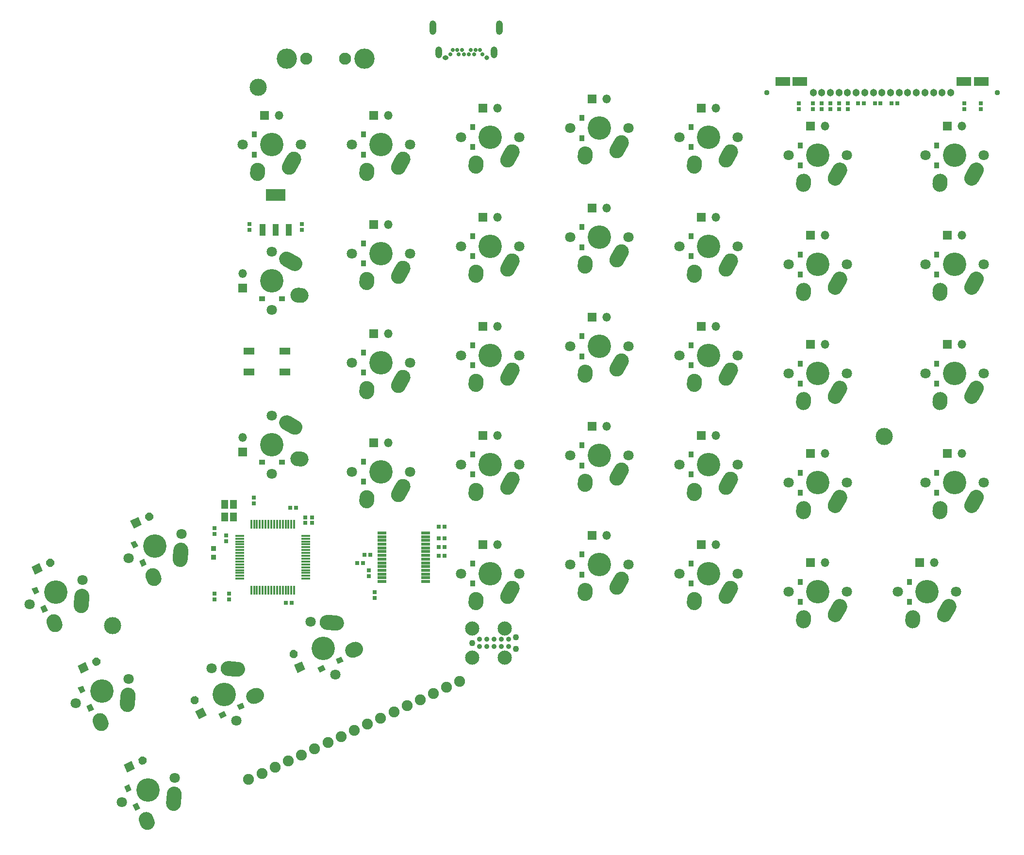
<source format=gbs>
G04 #@! TF.GenerationSoftware,KiCad,Pcbnew,5.1.6-c6e7f7d~87~ubuntu20.04.1*
G04 #@! TF.CreationDate,2020-08-07T18:55:31+02:00*
G04 #@! TF.ProjectId,ICEDRight,49434544-5269-4676-9874-2e6b69636164,Rev 1.2b*
G04 #@! TF.SameCoordinates,Original*
G04 #@! TF.FileFunction,Soldermask,Bot*
G04 #@! TF.FilePolarity,Negative*
%FSLAX46Y46*%
G04 Gerber Fmt 4.6, Leading zero omitted, Abs format (unit mm)*
G04 Created by KiCad (PCBNEW 5.1.6-c6e7f7d~87~ubuntu20.04.1) date 2020-08-07 18:55:31*
%MOMM*%
%LPD*%
G01*
G04 APERTURE LIST*
%ADD10C,2.101600*%
%ADD11C,3.539600*%
%ADD12C,0.801600*%
%ADD13C,0.701600*%
%ADD14O,1.201600X2.051600*%
%ADD15O,1.201600X2.501600*%
%ADD16O,1.051600X0.801600*%
%ADD17R,0.401600X1.601600*%
%ADD18R,1.601600X0.401600*%
%ADD19R,1.301600X1.501600*%
%ADD20C,1.901600*%
%ADD21C,0.889000*%
%ADD22C,1.092210*%
%ADD23C,2.476510*%
%ADD24R,0.751600X0.701600*%
%ADD25R,0.701600X0.751600*%
%ADD26R,1.531600X0.501600*%
%ADD27R,0.899160X0.899160*%
%ADD28R,1.901600X1.201600*%
%ADD29R,1.051600X2.001600*%
%ADD30R,3.351600X2.001600*%
%ADD31R,2.501600X1.601600*%
%ADD32C,1.301600*%
%ADD33C,0.951610*%
%ADD34C,3.000000*%
%ADD35O,1.501600X1.501600*%
%ADD36R,1.501600X1.501600*%
%ADD37C,0.100000*%
%ADD38R,1.102360X0.952500*%
%ADD39R,0.952500X1.102360*%
%ADD40C,4.089410*%
%ADD41C,1.803410*%
G04 APERTURE END LIST*
D10*
G04 #@! TO.C,J1*
X78350000Y-50148000D03*
X85150000Y-50148000D03*
D11*
X74950000Y-50148000D03*
X88550000Y-50148000D03*
G04 #@! TD*
D12*
G04 #@! TO.C,P2*
X109899000Y-49936400D03*
D13*
X103499000Y-49386400D03*
X103899000Y-48586400D03*
X104699000Y-48586400D03*
X104949000Y-49386400D03*
X105499000Y-48586400D03*
X105899000Y-49386400D03*
X106699000Y-49386400D03*
X107099000Y-48586400D03*
X107649000Y-49386400D03*
X107899000Y-48586400D03*
X108699000Y-48586400D03*
X109099000Y-49386400D03*
D14*
X111099000Y-49011400D03*
X101499000Y-49061400D03*
D15*
X112099000Y-44686400D03*
X100499000Y-44686400D03*
D16*
X102699000Y-49936400D03*
G04 #@! TD*
D17*
G04 #@! TO.C,U1*
X76267000Y-142910000D03*
X75767000Y-142910000D03*
X75267000Y-142910000D03*
X74767000Y-142910000D03*
X74267000Y-142910000D03*
X73767000Y-142910000D03*
X73267000Y-142910000D03*
X72767000Y-142910000D03*
X72267000Y-142910000D03*
X71767000Y-142910000D03*
X71267000Y-142910000D03*
X70767000Y-142910000D03*
X70267000Y-142910000D03*
X69767000Y-142910000D03*
X69267000Y-142910000D03*
X68767000Y-142910000D03*
D18*
X66767000Y-140910000D03*
X66767000Y-140410000D03*
X66767000Y-139910000D03*
X66767000Y-139410000D03*
X66767000Y-138910000D03*
X66767000Y-138410000D03*
X66767000Y-137910000D03*
X66767000Y-137410000D03*
X66767000Y-136910000D03*
X66767000Y-136410000D03*
X66767000Y-135910000D03*
X66767000Y-135410000D03*
X66767000Y-134910000D03*
X66767000Y-134410000D03*
X66767000Y-133910000D03*
X66767000Y-133410000D03*
D17*
X68767000Y-131410000D03*
X69267000Y-131410000D03*
X69767000Y-131410000D03*
X70267000Y-131410000D03*
X70767000Y-131410000D03*
X71267000Y-131410000D03*
X71767000Y-131410000D03*
X72267000Y-131410000D03*
X72767000Y-131410000D03*
X73267000Y-131410000D03*
X73767000Y-131410000D03*
X74267000Y-131410000D03*
X74767000Y-131410000D03*
X75267000Y-131410000D03*
X75767000Y-131410000D03*
X76267000Y-131410000D03*
D18*
X78267000Y-133410000D03*
X78267000Y-133910000D03*
X78267000Y-134410000D03*
X78267000Y-134910000D03*
X78267000Y-135410000D03*
X78267000Y-135910000D03*
X78267000Y-136410000D03*
X78267000Y-136910000D03*
X78267000Y-137410000D03*
X78267000Y-137910000D03*
X78267000Y-138410000D03*
X78267000Y-138910000D03*
X78267000Y-139410000D03*
X78267000Y-139910000D03*
X78267000Y-140410000D03*
X78267000Y-140910000D03*
G04 #@! TD*
D19*
G04 #@! TO.C,X1*
X65697000Y-127932000D03*
X64097000Y-127932000D03*
X64097000Y-130132000D03*
X65697000Y-130132000D03*
G04 #@! TD*
D20*
G04 #@! TO.C,P3*
X68324826Y-175973603D03*
X70626848Y-174900153D03*
X72928869Y-173826702D03*
X75230891Y-172753252D03*
X77532913Y-171679802D03*
X79834935Y-170606351D03*
X82136956Y-169532901D03*
X84438978Y-168459450D03*
X86741000Y-167386000D03*
X89043022Y-166312550D03*
X91345044Y-165239099D03*
X93647065Y-164165649D03*
X95949087Y-163092198D03*
X98251109Y-162018748D03*
X100553131Y-160945298D03*
X102855152Y-159871847D03*
X105157174Y-158798397D03*
G04 #@! TD*
D21*
G04 #@! TO.C,P1*
X111125000Y-152781000D03*
X111125000Y-151511000D03*
X112395000Y-152781000D03*
X112395000Y-151511000D03*
X113665000Y-151511000D03*
X113665000Y-152781000D03*
X109855000Y-152781000D03*
X109855000Y-151511000D03*
X108585000Y-152781000D03*
X108585000Y-151511000D03*
D22*
X107315000Y-152146000D03*
X114935000Y-153162000D03*
X114935000Y-151130000D03*
D23*
X107315000Y-154686000D03*
X113030000Y-154686000D03*
X107315000Y-149606000D03*
X113030000Y-149606000D03*
G04 #@! TD*
D24*
G04 #@! TO.C,R7*
X62357000Y-143518000D03*
X62357000Y-144518000D03*
G04 #@! TD*
G04 #@! TO.C,R13*
X164338000Y-57920000D03*
X164338000Y-58920000D03*
G04 #@! TD*
G04 #@! TO.C,R10*
X193167000Y-57920000D03*
X193167000Y-58920000D03*
G04 #@! TD*
G04 #@! TO.C,R9*
X196088000Y-57920000D03*
X196088000Y-58920000D03*
G04 #@! TD*
D25*
G04 #@! TO.C,C11*
X178554000Y-57912000D03*
X177554000Y-57912000D03*
G04 #@! TD*
D24*
G04 #@! TO.C,C17*
X166751000Y-58920000D03*
X166751000Y-57920000D03*
G04 #@! TD*
D25*
G04 #@! TO.C,C12*
X175633000Y-57912000D03*
X174633000Y-57912000D03*
G04 #@! TD*
D24*
G04 #@! TO.C,C16*
X168275000Y-58920000D03*
X168275000Y-57920000D03*
G04 #@! TD*
G04 #@! TO.C,C15*
X169799000Y-58920000D03*
X169799000Y-57920000D03*
G04 #@! TD*
G04 #@! TO.C,C14*
X171323000Y-58920000D03*
X171323000Y-57920000D03*
G04 #@! TD*
G04 #@! TO.C,C13*
X172847000Y-58920000D03*
X172847000Y-57920000D03*
G04 #@! TD*
G04 #@! TO.C,C7*
X64389000Y-134358000D03*
X64389000Y-133358000D03*
G04 #@! TD*
D25*
G04 #@! TO.C,R3*
X102481000Y-135382000D03*
X101481000Y-135382000D03*
G04 #@! TD*
D24*
G04 #@! TO.C,C5*
X69215000Y-127754000D03*
X69215000Y-126754000D03*
G04 #@! TD*
D25*
G04 #@! TO.C,C4*
X75811000Y-145161000D03*
X74811000Y-145161000D03*
G04 #@! TD*
D24*
G04 #@! TO.C,C1*
X77597000Y-80002000D03*
X77597000Y-79002000D03*
G04 #@! TD*
G04 #@! TO.C,R2*
X78232000Y-130183000D03*
X78232000Y-131183000D03*
G04 #@! TD*
D25*
G04 #@! TO.C,C3*
X76573000Y-128524000D03*
X75573000Y-128524000D03*
G04 #@! TD*
D24*
G04 #@! TO.C,C2*
X68453000Y-80002000D03*
X68453000Y-79002000D03*
G04 #@! TD*
G04 #@! TO.C,R1*
X79375000Y-130183000D03*
X79375000Y-131183000D03*
G04 #@! TD*
G04 #@! TO.C,R6*
X64897000Y-143518000D03*
X64897000Y-144518000D03*
G04 #@! TD*
D25*
G04 #@! TO.C,R5*
X87257000Y-138176000D03*
X88257000Y-138176000D03*
G04 #@! TD*
G04 #@! TO.C,R4*
X88527000Y-136779000D03*
X89527000Y-136779000D03*
G04 #@! TD*
G04 #@! TO.C,C6*
X102481000Y-131826000D03*
X101481000Y-131826000D03*
G04 #@! TD*
D24*
G04 #@! TO.C,C8*
X90297000Y-143264000D03*
X90297000Y-144264000D03*
G04 #@! TD*
G04 #@! TO.C,C9*
X89281000Y-140454000D03*
X89281000Y-139454000D03*
G04 #@! TD*
D25*
G04 #@! TO.C,R8*
X102481000Y-133858000D03*
X101481000Y-133858000D03*
G04 #@! TD*
D24*
G04 #@! TO.C,R11*
X62357000Y-133088000D03*
X62357000Y-132088000D03*
G04 #@! TD*
D25*
G04 #@! TO.C,R12*
X101481000Y-136906000D03*
X102481000Y-136906000D03*
G04 #@! TD*
D26*
G04 #@! TO.C,U2*
X99172000Y-132935000D03*
X99172000Y-133585000D03*
X99172000Y-134235000D03*
X99172000Y-134885000D03*
X99172000Y-135535000D03*
X99172000Y-136185000D03*
X99172000Y-136835000D03*
X99172000Y-137485000D03*
X99172000Y-138135000D03*
X99172000Y-138785000D03*
X99172000Y-139435000D03*
X99172000Y-140085000D03*
X99172000Y-140735000D03*
X99172000Y-141385000D03*
X91582000Y-141385000D03*
X91582000Y-140735000D03*
X91582000Y-140085000D03*
X91582000Y-139435000D03*
X91582000Y-138785000D03*
X91582000Y-138135000D03*
X91582000Y-137485000D03*
X91582000Y-136835000D03*
X91582000Y-136185000D03*
X91582000Y-135535000D03*
X91582000Y-134885000D03*
X91582000Y-134235000D03*
X91582000Y-133585000D03*
X91582000Y-132935000D03*
G04 #@! TD*
D27*
G04 #@! TO.C,D77*
X62212500Y-135669700D03*
X62212500Y-137168300D03*
G04 #@! TD*
D25*
G04 #@! TO.C,C10*
X180475000Y-57912000D03*
X181475000Y-57912000D03*
G04 #@! TD*
D28*
G04 #@! TO.C,S39*
X68401000Y-104847000D03*
X68401000Y-101147000D03*
X74601000Y-104847000D03*
X74601000Y-101147000D03*
G04 #@! TD*
D29*
G04 #@! TO.C,Q1*
X73025000Y-80012000D03*
X70725000Y-80012000D03*
X75325000Y-80012000D03*
D30*
X73025000Y-73912000D03*
G04 #@! TD*
D31*
G04 #@! TO.C,LCD1*
X161500000Y-54064000D03*
X164500000Y-54064000D03*
D32*
X166800000Y-56014000D03*
X168300000Y-56014000D03*
X169800000Y-56014000D03*
X171300000Y-56014000D03*
X172800000Y-56014000D03*
X174300000Y-56014000D03*
X175800000Y-56014000D03*
X177300000Y-56014000D03*
X178800000Y-56014000D03*
X180300000Y-56014000D03*
X181800000Y-56014000D03*
X183300000Y-56014000D03*
X184800000Y-56014000D03*
X186300000Y-56014000D03*
X187800000Y-56014000D03*
X189300000Y-56014000D03*
X190800000Y-56014000D03*
D31*
X193100000Y-54064000D03*
X196100000Y-54064000D03*
D33*
X198900000Y-56014000D03*
X158700000Y-56014000D03*
G04 #@! TD*
D34*
G04 #@! TO.C,FID1*
X69977000Y-55118000D03*
G04 #@! TD*
G04 #@! TO.C,FID3*
X179197000Y-116078000D03*
G04 #@! TD*
G04 #@! TO.C,FID5*
X44577000Y-149098000D03*
G04 #@! TD*
D35*
G04 #@! TO.C,D51*
X168910000Y-80972700D03*
D36*
X166370000Y-80972700D03*
G04 #@! TD*
G04 #@! TO.C,D69*
G36*
G01*
X49124255Y-172978577D02*
X49124255Y-172978577D01*
G75*
G02*
X49487409Y-171980819I680456J317302D01*
G01*
X49487409Y-171980819D01*
G75*
G02*
X50485167Y-172343973I317302J-680456D01*
G01*
X50485167Y-172343973D01*
G75*
G02*
X50122013Y-173341731I-680456J-317302D01*
G01*
X50122013Y-173341731D01*
G75*
G02*
X49124255Y-172978577I-317302J680456D01*
G01*
G37*
D37*
G36*
X47139535Y-174732483D02*
G01*
X46504931Y-173371571D01*
X47865843Y-172736967D01*
X48500447Y-174097879D01*
X47139535Y-174732483D01*
G37*
G04 #@! TD*
D35*
G04 #@! TO.C,D66*
X168910000Y-119073000D03*
D36*
X166370000Y-119073000D03*
G04 #@! TD*
D35*
G04 #@! TO.C,D50*
X149860000Y-77797700D03*
D36*
X147320000Y-77797700D03*
G04 #@! TD*
D35*
G04 #@! TO.C,D65*
X149860000Y-115898000D03*
D36*
X147320000Y-115898000D03*
G04 #@! TD*
D35*
G04 #@! TO.C,D49*
X130810000Y-76200000D03*
D36*
X128270000Y-76200000D03*
G04 #@! TD*
D35*
G04 #@! TO.C,D64*
X130810000Y-114300000D03*
D36*
X128270000Y-114300000D03*
G04 #@! TD*
D35*
G04 #@! TO.C,D48*
X111760000Y-77797700D03*
D36*
X109220000Y-77797700D03*
G04 #@! TD*
D35*
G04 #@! TO.C,D67*
X192722000Y-119073000D03*
D36*
X190182000Y-119073000D03*
G04 #@! TD*
D35*
G04 #@! TO.C,D52*
X192722000Y-80972700D03*
D36*
X190182000Y-80972700D03*
G04 #@! TD*
G04 #@! TO.C,D68*
G36*
G01*
X41072455Y-155711577D02*
X41072455Y-155711577D01*
G75*
G02*
X41435609Y-154713819I680456J317302D01*
G01*
X41435609Y-154713819D01*
G75*
G02*
X42433367Y-155076973I317302J-680456D01*
G01*
X42433367Y-155076973D01*
G75*
G02*
X42070213Y-156074731I-680456J-317302D01*
G01*
X42070213Y-156074731D01*
G75*
G02*
X41072455Y-155711577I-317302J680456D01*
G01*
G37*
D37*
G36*
X39087735Y-157465483D02*
G01*
X38453131Y-156104571D01*
X39814043Y-155469967D01*
X40448647Y-156830879D01*
X39087735Y-157465483D01*
G37*
G04 #@! TD*
D35*
G04 #@! TO.C,D53*
X92710000Y-98118000D03*
D36*
X90170000Y-98118000D03*
G04 #@! TD*
D35*
G04 #@! TO.C,D63*
X111760000Y-115898000D03*
D36*
X109220000Y-115898000D03*
G04 #@! TD*
D35*
G04 #@! TO.C,D54*
X111760000Y-96848000D03*
D36*
X109220000Y-96848000D03*
G04 #@! TD*
G04 #@! TO.C,D70*
G36*
G01*
X59216577Y-162795445D02*
X59216577Y-162795445D01*
G75*
G02*
X58218819Y-162432291I-317302J680456D01*
G01*
X58218819Y-162432291D01*
G75*
G02*
X58581973Y-161434533I680456J317302D01*
G01*
X58581973Y-161434533D01*
G75*
G02*
X59579731Y-161797687I317302J-680456D01*
G01*
X59579731Y-161797687D01*
G75*
G02*
X59216577Y-162795445I-680456J-317302D01*
G01*
G37*
D37*
G36*
X60970483Y-164780165D02*
G01*
X59609571Y-165414769D01*
X58974967Y-164053857D01*
X60335879Y-163419253D01*
X60970483Y-164780165D01*
G37*
G04 #@! TD*
D35*
G04 #@! TO.C,D43*
X149860000Y-58747700D03*
D36*
X147320000Y-58747700D03*
G04 #@! TD*
D35*
G04 #@! TO.C,D55*
X130810000Y-95250000D03*
D36*
X128270000Y-95250000D03*
G04 #@! TD*
G04 #@! TO.C,D71*
G36*
G01*
X76478377Y-154739445D02*
X76478377Y-154739445D01*
G75*
G02*
X75480619Y-154376291I-317302J680456D01*
G01*
X75480619Y-154376291D01*
G75*
G02*
X75843773Y-153378533I680456J317302D01*
G01*
X75843773Y-153378533D01*
G75*
G02*
X76841531Y-153741687I317302J-680456D01*
G01*
X76841531Y-153741687D01*
G75*
G02*
X76478377Y-154739445I-680456J-317302D01*
G01*
G37*
D37*
G36*
X78232283Y-156724165D02*
G01*
X76871371Y-157358769D01*
X76236767Y-155997857D01*
X77597679Y-155363253D01*
X78232283Y-156724165D01*
G37*
G04 #@! TD*
D35*
G04 #@! TO.C,D40*
X92710000Y-60020200D03*
D36*
X90170000Y-60020200D03*
G04 #@! TD*
D35*
G04 #@! TO.C,D56*
X149860000Y-96848000D03*
D36*
X147320000Y-96848000D03*
G04 #@! TD*
D35*
G04 #@! TO.C,D72*
X111760000Y-134948000D03*
D36*
X109220000Y-134948000D03*
G04 #@! TD*
D35*
G04 #@! TO.C,D41*
X111760000Y-58747700D03*
D36*
X109220000Y-58747700D03*
G04 #@! TD*
D35*
G04 #@! TO.C,D57*
X168910000Y-100023000D03*
D36*
X166370000Y-100023000D03*
G04 #@! TD*
D35*
G04 #@! TO.C,D73*
X130810000Y-133350000D03*
D36*
X128270000Y-133350000D03*
G04 #@! TD*
D35*
G04 #@! TO.C,D42*
X130810000Y-57150000D03*
D36*
X128270000Y-57150000D03*
G04 #@! TD*
D35*
G04 #@! TO.C,D58*
X192722000Y-100023000D03*
D36*
X190182000Y-100023000D03*
G04 #@! TD*
D35*
G04 #@! TO.C,D74*
X149860000Y-134948000D03*
D36*
X147320000Y-134948000D03*
G04 #@! TD*
D35*
G04 #@! TO.C,D39*
X73660000Y-60020200D03*
D36*
X71120000Y-60020200D03*
G04 #@! TD*
G04 #@! TO.C,D59*
G36*
G01*
X33023155Y-138447577D02*
X33023155Y-138447577D01*
G75*
G02*
X33386309Y-137449819I680456J317302D01*
G01*
X33386309Y-137449819D01*
G75*
G02*
X34384067Y-137812973I317302J-680456D01*
G01*
X34384067Y-137812973D01*
G75*
G02*
X34020913Y-138810731I-680456J-317302D01*
G01*
X34020913Y-138810731D01*
G75*
G02*
X33023155Y-138447577I-317302J680456D01*
G01*
G37*
D37*
G36*
X31038435Y-140201483D02*
G01*
X30403831Y-138840571D01*
X31764743Y-138205967D01*
X32399347Y-139566879D01*
X31038435Y-140201483D01*
G37*
G04 #@! TD*
D35*
G04 #@! TO.C,D75*
X168910000Y-138123000D03*
D36*
X166370000Y-138123000D03*
G04 #@! TD*
D35*
G04 #@! TO.C,D44*
X168910000Y-61925200D03*
D36*
X166370000Y-61925200D03*
G04 #@! TD*
G04 #@! TO.C,D60*
G36*
G01*
X50287555Y-130397577D02*
X50287555Y-130397577D01*
G75*
G02*
X50650709Y-129399819I680456J317302D01*
G01*
X50650709Y-129399819D01*
G75*
G02*
X51648467Y-129762973I317302J-680456D01*
G01*
X51648467Y-129762973D01*
G75*
G02*
X51285313Y-130760731I-680456J-317302D01*
G01*
X51285313Y-130760731D01*
G75*
G02*
X50287555Y-130397577I-317302J680456D01*
G01*
G37*
D37*
G36*
X48302835Y-132151483D02*
G01*
X47668231Y-130790571D01*
X49029143Y-130155967D01*
X49663747Y-131516879D01*
X48302835Y-132151483D01*
G37*
G04 #@! TD*
D35*
G04 #@! TO.C,D76*
X187960000Y-138123000D03*
D36*
X185420000Y-138123000D03*
G04 #@! TD*
D35*
G04 #@! TO.C,D45*
X192722000Y-61925200D03*
D36*
X190182000Y-61925200D03*
G04 #@! TD*
D35*
G04 #@! TO.C,D61*
X67310000Y-116215000D03*
D36*
X67310000Y-118755000D03*
G04 #@! TD*
D35*
G04 #@! TO.C,D46*
X67310000Y-87640200D03*
D36*
X67310000Y-90180200D03*
G04 #@! TD*
D35*
G04 #@! TO.C,D62*
X92710000Y-117168000D03*
D36*
X90170000Y-117168000D03*
G04 #@! TD*
D35*
G04 #@! TO.C,D47*
X92710000Y-79067700D03*
D36*
X90170000Y-79067700D03*
G04 #@! TD*
D37*
G04 #@! TO.C,D33*
G36*
X80731938Y-157290249D02*
G01*
X80329394Y-156426991D01*
X81328472Y-155961113D01*
X81731016Y-156824371D01*
X80731938Y-157290249D01*
G37*
G36*
X83904124Y-155811034D02*
G01*
X83501580Y-154947776D01*
X84500658Y-154481898D01*
X84903202Y-155345156D01*
X83904124Y-155811034D01*
G37*
G04 #@! TD*
D38*
G04 #@! TO.C,D23*
X70637400Y-120596000D03*
X74137520Y-120596000D03*
G04 #@! TD*
D39*
G04 #@! TO.C,D24*
X88328500Y-120495400D03*
X88328500Y-123995520D03*
G04 #@! TD*
G04 #@! TO.C,D25*
X107378000Y-119225400D03*
X107378000Y-122725520D03*
G04 #@! TD*
G04 #@! TO.C,D26*
X126428000Y-117627400D03*
X126428000Y-121127520D03*
G04 #@! TD*
G04 #@! TO.C,D27*
X145478000Y-119225400D03*
X145478000Y-122725520D03*
G04 #@! TD*
G04 #@! TO.C,D28*
X164528000Y-122400400D03*
X164528000Y-125900520D03*
G04 #@! TD*
G04 #@! TO.C,D29*
X188340000Y-122400400D03*
X188340000Y-125900520D03*
G04 #@! TD*
D37*
G04 #@! TO.C,D30*
G36*
X38523551Y-159962338D02*
G01*
X39386809Y-159559794D01*
X39852687Y-160558872D01*
X38989429Y-160961416D01*
X38523551Y-159962338D01*
G37*
G36*
X40002766Y-163134524D02*
G01*
X40866024Y-162731980D01*
X41331902Y-163731058D01*
X40468644Y-164133602D01*
X40002766Y-163134524D01*
G37*
G04 #@! TD*
G04 #@! TO.C,D31*
G36*
X46575351Y-177229338D02*
G01*
X47438609Y-176826794D01*
X47904487Y-177825872D01*
X47041229Y-178228416D01*
X46575351Y-177229338D01*
G37*
G36*
X48054566Y-180401524D02*
G01*
X48917824Y-179998980D01*
X49383702Y-180998058D01*
X48520444Y-181400602D01*
X48054566Y-180401524D01*
G37*
G04 #@! TD*
G04 #@! TO.C,D32*
G36*
X63467538Y-165342249D02*
G01*
X63064994Y-164478991D01*
X64064072Y-164013113D01*
X64466616Y-164876371D01*
X63467538Y-165342249D01*
G37*
G36*
X66639724Y-163863034D02*
G01*
X66237180Y-162999776D01*
X67236258Y-162533898D01*
X67638802Y-163397156D01*
X66639724Y-163863034D01*
G37*
G04 #@! TD*
D39*
G04 #@! TO.C,D1*
X69278500Y-63347600D03*
X69278500Y-66847720D03*
G04 #@! TD*
G04 #@! TO.C,D34*
X107378000Y-138275400D03*
X107378000Y-141775520D03*
G04 #@! TD*
G04 #@! TO.C,D35*
X126428000Y-136677400D03*
X126428000Y-140177520D03*
G04 #@! TD*
G04 #@! TO.C,D36*
X145478000Y-138275400D03*
X145478000Y-141775520D03*
G04 #@! TD*
G04 #@! TO.C,D37*
X164528000Y-141450400D03*
X164528000Y-144950520D03*
G04 #@! TD*
G04 #@! TO.C,D38*
X183578000Y-141450400D03*
X183578000Y-144950520D03*
G04 #@! TD*
G04 #@! TO.C,D11*
X126428000Y-79527400D03*
X126428000Y-83027520D03*
G04 #@! TD*
G04 #@! TO.C,D5*
X145478000Y-62075100D03*
X145478000Y-65575220D03*
G04 #@! TD*
G04 #@! TO.C,D4*
X126428000Y-60477400D03*
X126428000Y-63977520D03*
G04 #@! TD*
G04 #@! TO.C,D3*
X107378000Y-62075100D03*
X107378000Y-65575220D03*
G04 #@! TD*
G04 #@! TO.C,D2*
X88328500Y-63347600D03*
X88328500Y-66847720D03*
G04 #@! TD*
D37*
G04 #@! TO.C,D22*
G36*
X47738651Y-134646338D02*
G01*
X48601909Y-134243794D01*
X49067787Y-135242872D01*
X48204529Y-135645416D01*
X47738651Y-134646338D01*
G37*
G36*
X49217866Y-137818524D02*
G01*
X50081124Y-137415980D01*
X50547002Y-138415058D01*
X49683744Y-138817602D01*
X49217866Y-137818524D01*
G37*
G04 #@! TD*
D39*
G04 #@! TO.C,D6*
X164528000Y-65252600D03*
X164528000Y-68752720D03*
G04 #@! TD*
G04 #@! TO.C,D7*
X188340000Y-65252600D03*
X188340000Y-68752720D03*
G04 #@! TD*
D38*
G04 #@! TO.C,D8*
X70637400Y-92021700D03*
X74137520Y-92021700D03*
G04 #@! TD*
D39*
G04 #@! TO.C,D9*
X88328500Y-82395100D03*
X88328500Y-85895220D03*
G04 #@! TD*
G04 #@! TO.C,D10*
X107378000Y-81125100D03*
X107378000Y-84625220D03*
G04 #@! TD*
G04 #@! TO.C,D12*
X145478000Y-81125100D03*
X145478000Y-84625220D03*
G04 #@! TD*
G04 #@! TO.C,D13*
X164528000Y-84300100D03*
X164528000Y-87800220D03*
G04 #@! TD*
G04 #@! TO.C,D14*
X188340000Y-84300100D03*
X188340000Y-87800220D03*
G04 #@! TD*
G04 #@! TO.C,D15*
X88328500Y-101445400D03*
X88328500Y-104945520D03*
G04 #@! TD*
G04 #@! TO.C,D16*
X107378000Y-100175400D03*
X107378000Y-103675520D03*
G04 #@! TD*
G04 #@! TO.C,D17*
X126428000Y-98577400D03*
X126428000Y-102077520D03*
G04 #@! TD*
G04 #@! TO.C,D18*
X145478000Y-100175400D03*
X145478000Y-103675520D03*
G04 #@! TD*
G04 #@! TO.C,D19*
X164528000Y-103350400D03*
X164528000Y-106850520D03*
G04 #@! TD*
G04 #@! TO.C,D20*
X188340000Y-103350400D03*
X188340000Y-106850520D03*
G04 #@! TD*
D37*
G04 #@! TO.C,D21*
G36*
X30474251Y-142698338D02*
G01*
X31337509Y-142295794D01*
X31803387Y-143294872D01*
X30940129Y-143697416D01*
X30474251Y-142698338D01*
G37*
G36*
X31953466Y-145870524D02*
G01*
X32816724Y-145467980D01*
X33282602Y-146467058D01*
X32419344Y-146869602D01*
X31953466Y-145870524D01*
G37*
G04 #@! TD*
D40*
G04 #@! TO.C,S33*
X81302900Y-153065000D03*
D41*
X79155999Y-148460956D03*
X83449801Y-157669044D03*
G36*
G01*
X82086468Y-147240535D02*
X83752298Y-147358482D01*
G75*
G02*
X84957978Y-148747906I-91872J-1297552D01*
G01*
X84957978Y-148747906D01*
G75*
G02*
X83568554Y-149953586I-1297552J91872D01*
G01*
X81902724Y-149835638D01*
G75*
G02*
X80697044Y-148446214I91872J1297552D01*
G01*
X80697044Y-148446214D01*
G75*
G02*
X82086468Y-147240534I1297552J-91872D01*
G01*
G37*
G36*
G01*
X85970272Y-152215367D02*
X86511385Y-152006569D01*
G75*
G02*
X88193255Y-152751871I468284J-1213586D01*
G01*
X88193255Y-152751871D01*
G75*
G02*
X87447953Y-154433741I-1213586J-468284D01*
G01*
X86906839Y-154642539D01*
G75*
G02*
X85224969Y-153897237I-468284J1213586D01*
G01*
X85224969Y-153897237D01*
G75*
G02*
X85970271Y-152215367I1213586J468284D01*
G01*
G37*
G04 #@! TD*
D40*
G04 #@! TO.C,S22*
X51963300Y-135219000D03*
D41*
X56567344Y-133072099D03*
X47359256Y-137365901D03*
G36*
G01*
X57787765Y-136002568D02*
X57669818Y-137668398D01*
G75*
G02*
X56280394Y-138874078I-1297552J91872D01*
G01*
X56280394Y-138874078D01*
G75*
G02*
X55074714Y-137484654I91872J1297552D01*
G01*
X55192662Y-135818824D01*
G75*
G02*
X56582086Y-134613144I1297552J-91872D01*
G01*
X56582086Y-134613144D01*
G75*
G02*
X57787766Y-136002568I-91872J-1297552D01*
G01*
G37*
G36*
G01*
X52812933Y-139886372D02*
X53021731Y-140427485D01*
G75*
G02*
X52276429Y-142109355I-1213586J-468284D01*
G01*
X52276429Y-142109355D01*
G75*
G02*
X50594559Y-141364053I-468284J1213586D01*
G01*
X50385761Y-140822939D01*
G75*
G02*
X51131063Y-139141069I1213586J468284D01*
G01*
X51131063Y-139141069D01*
G75*
G02*
X52812933Y-139886371I468284J-1213586D01*
G01*
G37*
G04 #@! TD*
D40*
G04 #@! TO.C,S2*
X91440000Y-65100200D03*
D41*
X96520000Y-65100200D03*
X86360000Y-65100200D03*
G36*
G01*
X96387608Y-68271879D02*
X95576702Y-69731787D01*
G75*
G02*
X93807914Y-70237309I-1137155J631633D01*
G01*
X93807914Y-70237309D01*
G75*
G02*
X93302392Y-68468521I631633J1137155D01*
G01*
X94113298Y-67008613D01*
G75*
G02*
X95882086Y-66503091I1137155J-631633D01*
G01*
X95882086Y-66503091D01*
G75*
G02*
X96387608Y-68271879I-631633J-1137155D01*
G01*
G37*
G36*
G01*
X90237512Y-69689346D02*
X90198064Y-70268002D01*
G75*
G02*
X88811802Y-71477316I-1297788J88474D01*
G01*
X88811802Y-71477316D01*
G75*
G02*
X87602488Y-70091054I88474J1297788D01*
G01*
X87641936Y-69512398D01*
G75*
G02*
X89028198Y-68303084I1297788J-88474D01*
G01*
X89028198Y-68303084D01*
G75*
G02*
X90237512Y-69689346I-88474J-1297788D01*
G01*
G37*
G04 #@! TD*
D40*
G04 #@! TO.C,S12*
X148590000Y-82877700D03*
D41*
X153670000Y-82877700D03*
X143510000Y-82877700D03*
G36*
G01*
X153537608Y-86049379D02*
X152726702Y-87509287D01*
G75*
G02*
X150957914Y-88014809I-1137155J631633D01*
G01*
X150957914Y-88014809D01*
G75*
G02*
X150452392Y-86246021I631633J1137155D01*
G01*
X151263298Y-84786113D01*
G75*
G02*
X153032086Y-84280591I1137155J-631633D01*
G01*
X153032086Y-84280591D01*
G75*
G02*
X153537608Y-86049379I-631633J-1137155D01*
G01*
G37*
G36*
G01*
X147387512Y-87466846D02*
X147348064Y-88045502D01*
G75*
G02*
X145961802Y-89254816I-1297788J88474D01*
G01*
X145961802Y-89254816D01*
G75*
G02*
X144752488Y-87868554I88474J1297788D01*
G01*
X144791936Y-87289898D01*
G75*
G02*
X146178198Y-86080584I1297788J-88474D01*
G01*
X146178198Y-86080584D01*
G75*
G02*
X147387512Y-87466846I-88474J-1297788D01*
G01*
G37*
G04 #@! TD*
D40*
G04 #@! TO.C,S32*
X64038500Y-161117000D03*
D41*
X61891599Y-156512956D03*
X66185401Y-165721044D03*
G36*
G01*
X64822068Y-155292535D02*
X66487898Y-155410482D01*
G75*
G02*
X67693578Y-156799906I-91872J-1297552D01*
G01*
X67693578Y-156799906D01*
G75*
G02*
X66304154Y-158005586I-1297552J91872D01*
G01*
X64638324Y-157887638D01*
G75*
G02*
X63432644Y-156498214I91872J1297552D01*
G01*
X63432644Y-156498214D01*
G75*
G02*
X64822068Y-155292534I1297552J-91872D01*
G01*
G37*
G36*
G01*
X68705872Y-160267367D02*
X69246985Y-160058569D01*
G75*
G02*
X70928855Y-160803871I468284J-1213586D01*
G01*
X70928855Y-160803871D01*
G75*
G02*
X70183553Y-162485741I-1213586J-468284D01*
G01*
X69642439Y-162694539D01*
G75*
G02*
X67960569Y-161949237I-468284J1213586D01*
G01*
X67960569Y-161949237D01*
G75*
G02*
X68705871Y-160267367I1213586J468284D01*
G01*
G37*
G04 #@! TD*
D40*
G04 #@! TO.C,S34*
X110490000Y-140028000D03*
D41*
X115570000Y-140028000D03*
X105410000Y-140028000D03*
G36*
G01*
X115437608Y-143199679D02*
X114626702Y-144659587D01*
G75*
G02*
X112857914Y-145165109I-1137155J631633D01*
G01*
X112857914Y-145165109D01*
G75*
G02*
X112352392Y-143396321I631633J1137155D01*
G01*
X113163298Y-141936413D01*
G75*
G02*
X114932086Y-141430891I1137155J-631633D01*
G01*
X114932086Y-141430891D01*
G75*
G02*
X115437608Y-143199679I-631633J-1137155D01*
G01*
G37*
G36*
G01*
X109287512Y-144617146D02*
X109248064Y-145195802D01*
G75*
G02*
X107861802Y-146405116I-1297788J88474D01*
G01*
X107861802Y-146405116D01*
G75*
G02*
X106652488Y-145018854I88474J1297788D01*
G01*
X106691936Y-144440198D01*
G75*
G02*
X108078198Y-143230884I1297788J-88474D01*
G01*
X108078198Y-143230884D01*
G75*
G02*
X109287512Y-144617146I-88474J-1297788D01*
G01*
G37*
G04 #@! TD*
D40*
G04 #@! TO.C,S35*
X129540000Y-138430000D03*
D41*
X134620000Y-138430000D03*
X124460000Y-138430000D03*
G36*
G01*
X134487608Y-141601679D02*
X133676702Y-143061587D01*
G75*
G02*
X131907914Y-143567109I-1137155J631633D01*
G01*
X131907914Y-143567109D01*
G75*
G02*
X131402392Y-141798321I631633J1137155D01*
G01*
X132213298Y-140338413D01*
G75*
G02*
X133982086Y-139832891I1137155J-631633D01*
G01*
X133982086Y-139832891D01*
G75*
G02*
X134487608Y-141601679I-631633J-1137155D01*
G01*
G37*
G36*
G01*
X128337512Y-143019146D02*
X128298064Y-143597802D01*
G75*
G02*
X126911802Y-144807116I-1297788J88474D01*
G01*
X126911802Y-144807116D01*
G75*
G02*
X125702488Y-143420854I88474J1297788D01*
G01*
X125741936Y-142842198D01*
G75*
G02*
X127128198Y-141632884I1297788J-88474D01*
G01*
X127128198Y-141632884D01*
G75*
G02*
X128337512Y-143019146I-88474J-1297788D01*
G01*
G37*
G04 #@! TD*
D40*
G04 #@! TO.C,S37*
X167640000Y-143203000D03*
D41*
X172720000Y-143203000D03*
X162560000Y-143203000D03*
G36*
G01*
X172587608Y-146374679D02*
X171776702Y-147834587D01*
G75*
G02*
X170007914Y-148340109I-1137155J631633D01*
G01*
X170007914Y-148340109D01*
G75*
G02*
X169502392Y-146571321I631633J1137155D01*
G01*
X170313298Y-145111413D01*
G75*
G02*
X172082086Y-144605891I1137155J-631633D01*
G01*
X172082086Y-144605891D01*
G75*
G02*
X172587608Y-146374679I-631633J-1137155D01*
G01*
G37*
G36*
G01*
X166437512Y-147792146D02*
X166398064Y-148370802D01*
G75*
G02*
X165011802Y-149580116I-1297788J88474D01*
G01*
X165011802Y-149580116D01*
G75*
G02*
X163802488Y-148193854I88474J1297788D01*
G01*
X163841936Y-147615198D01*
G75*
G02*
X165228198Y-146405884I1297788J-88474D01*
G01*
X165228198Y-146405884D01*
G75*
G02*
X166437512Y-147792146I-88474J-1297788D01*
G01*
G37*
G04 #@! TD*
D40*
G04 #@! TO.C,S24*
X91440000Y-122248000D03*
D41*
X96520000Y-122248000D03*
X86360000Y-122248000D03*
G36*
G01*
X96387608Y-125419679D02*
X95576702Y-126879587D01*
G75*
G02*
X93807914Y-127385109I-1137155J631633D01*
G01*
X93807914Y-127385109D01*
G75*
G02*
X93302392Y-125616321I631633J1137155D01*
G01*
X94113298Y-124156413D01*
G75*
G02*
X95882086Y-123650891I1137155J-631633D01*
G01*
X95882086Y-123650891D01*
G75*
G02*
X96387608Y-125419679I-631633J-1137155D01*
G01*
G37*
G36*
G01*
X90237512Y-126837146D02*
X90198064Y-127415802D01*
G75*
G02*
X88811802Y-128625116I-1297788J88474D01*
G01*
X88811802Y-128625116D01*
G75*
G02*
X87602488Y-127238854I88474J1297788D01*
G01*
X87641936Y-126660198D01*
G75*
G02*
X89028198Y-125450884I1297788J-88474D01*
G01*
X89028198Y-125450884D01*
G75*
G02*
X90237512Y-126837146I-88474J-1297788D01*
G01*
G37*
G04 #@! TD*
D40*
G04 #@! TO.C,S25*
X110490000Y-120978000D03*
D41*
X115570000Y-120978000D03*
X105410000Y-120978000D03*
G36*
G01*
X115437608Y-124149679D02*
X114626702Y-125609587D01*
G75*
G02*
X112857914Y-126115109I-1137155J631633D01*
G01*
X112857914Y-126115109D01*
G75*
G02*
X112352392Y-124346321I631633J1137155D01*
G01*
X113163298Y-122886413D01*
G75*
G02*
X114932086Y-122380891I1137155J-631633D01*
G01*
X114932086Y-122380891D01*
G75*
G02*
X115437608Y-124149679I-631633J-1137155D01*
G01*
G37*
G36*
G01*
X109287512Y-125567146D02*
X109248064Y-126145802D01*
G75*
G02*
X107861802Y-127355116I-1297788J88474D01*
G01*
X107861802Y-127355116D01*
G75*
G02*
X106652488Y-125968854I88474J1297788D01*
G01*
X106691936Y-125390198D01*
G75*
G02*
X108078198Y-124180884I1297788J-88474D01*
G01*
X108078198Y-124180884D01*
G75*
G02*
X109287512Y-125567146I-88474J-1297788D01*
G01*
G37*
G04 #@! TD*
D40*
G04 #@! TO.C,S26*
X129540000Y-119380000D03*
D41*
X134620000Y-119380000D03*
X124460000Y-119380000D03*
G36*
G01*
X134487608Y-122551679D02*
X133676702Y-124011587D01*
G75*
G02*
X131907914Y-124517109I-1137155J631633D01*
G01*
X131907914Y-124517109D01*
G75*
G02*
X131402392Y-122748321I631633J1137155D01*
G01*
X132213298Y-121288413D01*
G75*
G02*
X133982086Y-120782891I1137155J-631633D01*
G01*
X133982086Y-120782891D01*
G75*
G02*
X134487608Y-122551679I-631633J-1137155D01*
G01*
G37*
G36*
G01*
X128337512Y-123969146D02*
X128298064Y-124547802D01*
G75*
G02*
X126911802Y-125757116I-1297788J88474D01*
G01*
X126911802Y-125757116D01*
G75*
G02*
X125702488Y-124370854I88474J1297788D01*
G01*
X125741936Y-123792198D01*
G75*
G02*
X127128198Y-122582884I1297788J-88474D01*
G01*
X127128198Y-122582884D01*
G75*
G02*
X128337512Y-123969146I-88474J-1297788D01*
G01*
G37*
G04 #@! TD*
D40*
G04 #@! TO.C,S27*
X148590000Y-120978000D03*
D41*
X153670000Y-120978000D03*
X143510000Y-120978000D03*
G36*
G01*
X153537608Y-124149679D02*
X152726702Y-125609587D01*
G75*
G02*
X150957914Y-126115109I-1137155J631633D01*
G01*
X150957914Y-126115109D01*
G75*
G02*
X150452392Y-124346321I631633J1137155D01*
G01*
X151263298Y-122886413D01*
G75*
G02*
X153032086Y-122380891I1137155J-631633D01*
G01*
X153032086Y-122380891D01*
G75*
G02*
X153537608Y-124149679I-631633J-1137155D01*
G01*
G37*
G36*
G01*
X147387512Y-125567146D02*
X147348064Y-126145802D01*
G75*
G02*
X145961802Y-127355116I-1297788J88474D01*
G01*
X145961802Y-127355116D01*
G75*
G02*
X144752488Y-125968854I88474J1297788D01*
G01*
X144791936Y-125390198D01*
G75*
G02*
X146178198Y-124180884I1297788J-88474D01*
G01*
X146178198Y-124180884D01*
G75*
G02*
X147387512Y-125567146I-88474J-1297788D01*
G01*
G37*
G04 #@! TD*
D40*
G04 #@! TO.C,S28*
X167640000Y-124153000D03*
D41*
X172720000Y-124153000D03*
X162560000Y-124153000D03*
G36*
G01*
X172587608Y-127324679D02*
X171776702Y-128784587D01*
G75*
G02*
X170007914Y-129290109I-1137155J631633D01*
G01*
X170007914Y-129290109D01*
G75*
G02*
X169502392Y-127521321I631633J1137155D01*
G01*
X170313298Y-126061413D01*
G75*
G02*
X172082086Y-125555891I1137155J-631633D01*
G01*
X172082086Y-125555891D01*
G75*
G02*
X172587608Y-127324679I-631633J-1137155D01*
G01*
G37*
G36*
G01*
X166437512Y-128742146D02*
X166398064Y-129320802D01*
G75*
G02*
X165011802Y-130530116I-1297788J88474D01*
G01*
X165011802Y-130530116D01*
G75*
G02*
X163802488Y-129143854I88474J1297788D01*
G01*
X163841936Y-128565198D01*
G75*
G02*
X165228198Y-127355884I1297788J-88474D01*
G01*
X165228198Y-127355884D01*
G75*
G02*
X166437512Y-128742146I-88474J-1297788D01*
G01*
G37*
G04 #@! TD*
D40*
G04 #@! TO.C,S15*
X91440000Y-103198000D03*
D41*
X96520000Y-103198000D03*
X86360000Y-103198000D03*
G36*
G01*
X96387608Y-106369679D02*
X95576702Y-107829587D01*
G75*
G02*
X93807914Y-108335109I-1137155J631633D01*
G01*
X93807914Y-108335109D01*
G75*
G02*
X93302392Y-106566321I631633J1137155D01*
G01*
X94113298Y-105106413D01*
G75*
G02*
X95882086Y-104600891I1137155J-631633D01*
G01*
X95882086Y-104600891D01*
G75*
G02*
X96387608Y-106369679I-631633J-1137155D01*
G01*
G37*
G36*
G01*
X90237512Y-107787146D02*
X90198064Y-108365802D01*
G75*
G02*
X88811802Y-109575116I-1297788J88474D01*
G01*
X88811802Y-109575116D01*
G75*
G02*
X87602488Y-108188854I88474J1297788D01*
G01*
X87641936Y-107610198D01*
G75*
G02*
X89028198Y-106400884I1297788J-88474D01*
G01*
X89028198Y-106400884D01*
G75*
G02*
X90237512Y-107787146I-88474J-1297788D01*
G01*
G37*
G04 #@! TD*
D40*
G04 #@! TO.C,S16*
X110490000Y-101928000D03*
D41*
X115570000Y-101928000D03*
X105410000Y-101928000D03*
G36*
G01*
X115437608Y-105099679D02*
X114626702Y-106559587D01*
G75*
G02*
X112857914Y-107065109I-1137155J631633D01*
G01*
X112857914Y-107065109D01*
G75*
G02*
X112352392Y-105296321I631633J1137155D01*
G01*
X113163298Y-103836413D01*
G75*
G02*
X114932086Y-103330891I1137155J-631633D01*
G01*
X114932086Y-103330891D01*
G75*
G02*
X115437608Y-105099679I-631633J-1137155D01*
G01*
G37*
G36*
G01*
X109287512Y-106517146D02*
X109248064Y-107095802D01*
G75*
G02*
X107861802Y-108305116I-1297788J88474D01*
G01*
X107861802Y-108305116D01*
G75*
G02*
X106652488Y-106918854I88474J1297788D01*
G01*
X106691936Y-106340198D01*
G75*
G02*
X108078198Y-105130884I1297788J-88474D01*
G01*
X108078198Y-105130884D01*
G75*
G02*
X109287512Y-106517146I-88474J-1297788D01*
G01*
G37*
G04 #@! TD*
D40*
G04 #@! TO.C,S17*
X129540000Y-100330000D03*
D41*
X134620000Y-100330000D03*
X124460000Y-100330000D03*
G36*
G01*
X134487608Y-103501679D02*
X133676702Y-104961587D01*
G75*
G02*
X131907914Y-105467109I-1137155J631633D01*
G01*
X131907914Y-105467109D01*
G75*
G02*
X131402392Y-103698321I631633J1137155D01*
G01*
X132213298Y-102238413D01*
G75*
G02*
X133982086Y-101732891I1137155J-631633D01*
G01*
X133982086Y-101732891D01*
G75*
G02*
X134487608Y-103501679I-631633J-1137155D01*
G01*
G37*
G36*
G01*
X128337512Y-104919146D02*
X128298064Y-105497802D01*
G75*
G02*
X126911802Y-106707116I-1297788J88474D01*
G01*
X126911802Y-106707116D01*
G75*
G02*
X125702488Y-105320854I88474J1297788D01*
G01*
X125741936Y-104742198D01*
G75*
G02*
X127128198Y-103532884I1297788J-88474D01*
G01*
X127128198Y-103532884D01*
G75*
G02*
X128337512Y-104919146I-88474J-1297788D01*
G01*
G37*
G04 #@! TD*
D40*
G04 #@! TO.C,S18*
X148590000Y-101928000D03*
D41*
X153670000Y-101928000D03*
X143510000Y-101928000D03*
G36*
G01*
X153537608Y-105099679D02*
X152726702Y-106559587D01*
G75*
G02*
X150957914Y-107065109I-1137155J631633D01*
G01*
X150957914Y-107065109D01*
G75*
G02*
X150452392Y-105296321I631633J1137155D01*
G01*
X151263298Y-103836413D01*
G75*
G02*
X153032086Y-103330891I1137155J-631633D01*
G01*
X153032086Y-103330891D01*
G75*
G02*
X153537608Y-105099679I-631633J-1137155D01*
G01*
G37*
G36*
G01*
X147387512Y-106517146D02*
X147348064Y-107095802D01*
G75*
G02*
X145961802Y-108305116I-1297788J88474D01*
G01*
X145961802Y-108305116D01*
G75*
G02*
X144752488Y-106918854I88474J1297788D01*
G01*
X144791936Y-106340198D01*
G75*
G02*
X146178198Y-105130884I1297788J-88474D01*
G01*
X146178198Y-105130884D01*
G75*
G02*
X147387512Y-106517146I-88474J-1297788D01*
G01*
G37*
G04 #@! TD*
D40*
G04 #@! TO.C,S19*
X167640000Y-105103000D03*
D41*
X172720000Y-105103000D03*
X162560000Y-105103000D03*
G36*
G01*
X172587608Y-108274679D02*
X171776702Y-109734587D01*
G75*
G02*
X170007914Y-110240109I-1137155J631633D01*
G01*
X170007914Y-110240109D01*
G75*
G02*
X169502392Y-108471321I631633J1137155D01*
G01*
X170313298Y-107011413D01*
G75*
G02*
X172082086Y-106505891I1137155J-631633D01*
G01*
X172082086Y-106505891D01*
G75*
G02*
X172587608Y-108274679I-631633J-1137155D01*
G01*
G37*
G36*
G01*
X166437512Y-109692146D02*
X166398064Y-110270802D01*
G75*
G02*
X165011802Y-111480116I-1297788J88474D01*
G01*
X165011802Y-111480116D01*
G75*
G02*
X163802488Y-110093854I88474J1297788D01*
G01*
X163841936Y-109515198D01*
G75*
G02*
X165228198Y-108305884I1297788J-88474D01*
G01*
X165228198Y-108305884D01*
G75*
G02*
X166437512Y-109692146I-88474J-1297788D01*
G01*
G37*
G04 #@! TD*
D40*
G04 #@! TO.C,S10*
X110490000Y-82877700D03*
D41*
X115570000Y-82877700D03*
X105410000Y-82877700D03*
G36*
G01*
X115437608Y-86049379D02*
X114626702Y-87509287D01*
G75*
G02*
X112857914Y-88014809I-1137155J631633D01*
G01*
X112857914Y-88014809D01*
G75*
G02*
X112352392Y-86246021I631633J1137155D01*
G01*
X113163298Y-84786113D01*
G75*
G02*
X114932086Y-84280591I1137155J-631633D01*
G01*
X114932086Y-84280591D01*
G75*
G02*
X115437608Y-86049379I-631633J-1137155D01*
G01*
G37*
G36*
G01*
X109287512Y-87466846D02*
X109248064Y-88045502D01*
G75*
G02*
X107861802Y-89254816I-1297788J88474D01*
G01*
X107861802Y-89254816D01*
G75*
G02*
X106652488Y-87868554I88474J1297788D01*
G01*
X106691936Y-87289898D01*
G75*
G02*
X108078198Y-86080584I1297788J-88474D01*
G01*
X108078198Y-86080584D01*
G75*
G02*
X109287512Y-87466846I-88474J-1297788D01*
G01*
G37*
G04 #@! TD*
D40*
G04 #@! TO.C,S11*
X129540000Y-81280000D03*
D41*
X134620000Y-81280000D03*
X124460000Y-81280000D03*
G36*
G01*
X134487608Y-84451679D02*
X133676702Y-85911587D01*
G75*
G02*
X131907914Y-86417109I-1137155J631633D01*
G01*
X131907914Y-86417109D01*
G75*
G02*
X131402392Y-84648321I631633J1137155D01*
G01*
X132213298Y-83188413D01*
G75*
G02*
X133982086Y-82682891I1137155J-631633D01*
G01*
X133982086Y-82682891D01*
G75*
G02*
X134487608Y-84451679I-631633J-1137155D01*
G01*
G37*
G36*
G01*
X128337512Y-85869146D02*
X128298064Y-86447802D01*
G75*
G02*
X126911802Y-87657116I-1297788J88474D01*
G01*
X126911802Y-87657116D01*
G75*
G02*
X125702488Y-86270854I88474J1297788D01*
G01*
X125741936Y-85692198D01*
G75*
G02*
X127128198Y-84482884I1297788J-88474D01*
G01*
X127128198Y-84482884D01*
G75*
G02*
X128337512Y-85869146I-88474J-1297788D01*
G01*
G37*
G04 #@! TD*
D40*
G04 #@! TO.C,S13*
X167640000Y-86052700D03*
D41*
X172720000Y-86052700D03*
X162560000Y-86052700D03*
G36*
G01*
X172587608Y-89224379D02*
X171776702Y-90684287D01*
G75*
G02*
X170007914Y-91189809I-1137155J631633D01*
G01*
X170007914Y-91189809D01*
G75*
G02*
X169502392Y-89421021I631633J1137155D01*
G01*
X170313298Y-87961113D01*
G75*
G02*
X172082086Y-87455591I1137155J-631633D01*
G01*
X172082086Y-87455591D01*
G75*
G02*
X172587608Y-89224379I-631633J-1137155D01*
G01*
G37*
G36*
G01*
X166437512Y-90641846D02*
X166398064Y-91220502D01*
G75*
G02*
X165011802Y-92429816I-1297788J88474D01*
G01*
X165011802Y-92429816D01*
G75*
G02*
X163802488Y-91043554I88474J1297788D01*
G01*
X163841936Y-90464898D01*
G75*
G02*
X165228198Y-89255584I1297788J-88474D01*
G01*
X165228198Y-89255584D01*
G75*
G02*
X166437512Y-90641846I-88474J-1297788D01*
G01*
G37*
G04 #@! TD*
D40*
G04 #@! TO.C,S36*
X148590000Y-140028000D03*
D41*
X153670000Y-140028000D03*
X143510000Y-140028000D03*
G36*
G01*
X153537608Y-143199679D02*
X152726702Y-144659587D01*
G75*
G02*
X150957914Y-145165109I-1137155J631633D01*
G01*
X150957914Y-145165109D01*
G75*
G02*
X150452392Y-143396321I631633J1137155D01*
G01*
X151263298Y-141936413D01*
G75*
G02*
X153032086Y-141430891I1137155J-631633D01*
G01*
X153032086Y-141430891D01*
G75*
G02*
X153537608Y-143199679I-631633J-1137155D01*
G01*
G37*
G36*
G01*
X147387512Y-144617146D02*
X147348064Y-145195802D01*
G75*
G02*
X145961802Y-146405116I-1297788J88474D01*
G01*
X145961802Y-146405116D01*
G75*
G02*
X144752488Y-145018854I88474J1297788D01*
G01*
X144791936Y-144440198D01*
G75*
G02*
X146178198Y-143230884I1297788J-88474D01*
G01*
X146178198Y-143230884D01*
G75*
G02*
X147387512Y-144617146I-88474J-1297788D01*
G01*
G37*
G04 #@! TD*
D40*
G04 #@! TO.C,S3*
X110490000Y-63827700D03*
D41*
X115570000Y-63827700D03*
X105410000Y-63827700D03*
G36*
G01*
X115437608Y-66999379D02*
X114626702Y-68459287D01*
G75*
G02*
X112857914Y-68964809I-1137155J631633D01*
G01*
X112857914Y-68964809D01*
G75*
G02*
X112352392Y-67196021I631633J1137155D01*
G01*
X113163298Y-65736113D01*
G75*
G02*
X114932086Y-65230591I1137155J-631633D01*
G01*
X114932086Y-65230591D01*
G75*
G02*
X115437608Y-66999379I-631633J-1137155D01*
G01*
G37*
G36*
G01*
X109287512Y-68416846D02*
X109248064Y-68995502D01*
G75*
G02*
X107861802Y-70204816I-1297788J88474D01*
G01*
X107861802Y-70204816D01*
G75*
G02*
X106652488Y-68818554I88474J1297788D01*
G01*
X106691936Y-68239898D01*
G75*
G02*
X108078198Y-67030584I1297788J-88474D01*
G01*
X108078198Y-67030584D01*
G75*
G02*
X109287512Y-68416846I-88474J-1297788D01*
G01*
G37*
G04 #@! TD*
D40*
G04 #@! TO.C,S4*
X129540000Y-62230000D03*
D41*
X134620000Y-62230000D03*
X124460000Y-62230000D03*
G36*
G01*
X134487608Y-65401679D02*
X133676702Y-66861587D01*
G75*
G02*
X131907914Y-67367109I-1137155J631633D01*
G01*
X131907914Y-67367109D01*
G75*
G02*
X131402392Y-65598321I631633J1137155D01*
G01*
X132213298Y-64138413D01*
G75*
G02*
X133982086Y-63632891I1137155J-631633D01*
G01*
X133982086Y-63632891D01*
G75*
G02*
X134487608Y-65401679I-631633J-1137155D01*
G01*
G37*
G36*
G01*
X128337512Y-66819146D02*
X128298064Y-67397802D01*
G75*
G02*
X126911802Y-68607116I-1297788J88474D01*
G01*
X126911802Y-68607116D01*
G75*
G02*
X125702488Y-67220854I88474J1297788D01*
G01*
X125741936Y-66642198D01*
G75*
G02*
X127128198Y-65432884I1297788J-88474D01*
G01*
X127128198Y-65432884D01*
G75*
G02*
X128337512Y-66819146I-88474J-1297788D01*
G01*
G37*
G04 #@! TD*
D40*
G04 #@! TO.C,S5*
X148590000Y-63827700D03*
D41*
X153670000Y-63827700D03*
X143510000Y-63827700D03*
G36*
G01*
X153537608Y-66999379D02*
X152726702Y-68459287D01*
G75*
G02*
X150957914Y-68964809I-1137155J631633D01*
G01*
X150957914Y-68964809D01*
G75*
G02*
X150452392Y-67196021I631633J1137155D01*
G01*
X151263298Y-65736113D01*
G75*
G02*
X153032086Y-65230591I1137155J-631633D01*
G01*
X153032086Y-65230591D01*
G75*
G02*
X153537608Y-66999379I-631633J-1137155D01*
G01*
G37*
G36*
G01*
X147387512Y-68416846D02*
X147348064Y-68995502D01*
G75*
G02*
X145961802Y-70204816I-1297788J88474D01*
G01*
X145961802Y-70204816D01*
G75*
G02*
X144752488Y-68818554I88474J1297788D01*
G01*
X144791936Y-68239898D01*
G75*
G02*
X146178198Y-67030584I1297788J-88474D01*
G01*
X146178198Y-67030584D01*
G75*
G02*
X147387512Y-68416846I-88474J-1297788D01*
G01*
G37*
G04 #@! TD*
D40*
G04 #@! TO.C,S6*
X167640000Y-67005200D03*
D41*
X172720000Y-67005200D03*
X162560000Y-67005200D03*
G36*
G01*
X172587608Y-70176879D02*
X171776702Y-71636787D01*
G75*
G02*
X170007914Y-72142309I-1137155J631633D01*
G01*
X170007914Y-72142309D01*
G75*
G02*
X169502392Y-70373521I631633J1137155D01*
G01*
X170313298Y-68913613D01*
G75*
G02*
X172082086Y-68408091I1137155J-631633D01*
G01*
X172082086Y-68408091D01*
G75*
G02*
X172587608Y-70176879I-631633J-1137155D01*
G01*
G37*
G36*
G01*
X166437512Y-71594346D02*
X166398064Y-72173002D01*
G75*
G02*
X165011802Y-73382316I-1297788J88474D01*
G01*
X165011802Y-73382316D01*
G75*
G02*
X163802488Y-71996054I88474J1297788D01*
G01*
X163841936Y-71417398D01*
G75*
G02*
X165228198Y-70208084I1297788J-88474D01*
G01*
X165228198Y-70208084D01*
G75*
G02*
X166437512Y-71594346I-88474J-1297788D01*
G01*
G37*
G04 #@! TD*
D40*
G04 #@! TO.C,S21*
X34698900Y-143269000D03*
D41*
X39302944Y-141122099D03*
X30094856Y-145415901D03*
G36*
G01*
X40523365Y-144052568D02*
X40405418Y-145718398D01*
G75*
G02*
X39015994Y-146924078I-1297552J91872D01*
G01*
X39015994Y-146924078D01*
G75*
G02*
X37810314Y-145534654I91872J1297552D01*
G01*
X37928262Y-143868824D01*
G75*
G02*
X39317686Y-142663144I1297552J-91872D01*
G01*
X39317686Y-142663144D01*
G75*
G02*
X40523366Y-144052568I-91872J-1297552D01*
G01*
G37*
G36*
G01*
X35548533Y-147936372D02*
X35757331Y-148477485D01*
G75*
G02*
X35012029Y-150159355I-1213586J-468284D01*
G01*
X35012029Y-150159355D01*
G75*
G02*
X33330159Y-149414053I-468284J1213586D01*
G01*
X33121361Y-148872939D01*
G75*
G02*
X33866663Y-147191069I1213586J468284D01*
G01*
X33866663Y-147191069D01*
G75*
G02*
X35548533Y-147936371I468284J-1213586D01*
G01*
G37*
G04 #@! TD*
D40*
G04 #@! TO.C,S31*
X50800000Y-177800000D03*
D41*
X55404044Y-175653099D03*
X46195956Y-179946901D03*
G36*
G01*
X56624465Y-178583568D02*
X56506518Y-180249398D01*
G75*
G02*
X55117094Y-181455078I-1297552J91872D01*
G01*
X55117094Y-181455078D01*
G75*
G02*
X53911414Y-180065654I91872J1297552D01*
G01*
X54029362Y-178399824D01*
G75*
G02*
X55418786Y-177194144I1297552J-91872D01*
G01*
X55418786Y-177194144D01*
G75*
G02*
X56624466Y-178583568I-91872J-1297552D01*
G01*
G37*
G36*
G01*
X51649633Y-182467372D02*
X51858431Y-183008485D01*
G75*
G02*
X51113129Y-184690355I-1213586J-468284D01*
G01*
X51113129Y-184690355D01*
G75*
G02*
X49431259Y-183945053I-468284J1213586D01*
G01*
X49222461Y-183403939D01*
G75*
G02*
X49967763Y-181722069I1213586J468284D01*
G01*
X49967763Y-181722069D01*
G75*
G02*
X51649633Y-182467371I468284J-1213586D01*
G01*
G37*
G04 #@! TD*
D40*
G04 #@! TO.C,S30*
X42748200Y-160533000D03*
D41*
X47352244Y-158386099D03*
X38144156Y-162679901D03*
G36*
G01*
X48572665Y-161316568D02*
X48454718Y-162982398D01*
G75*
G02*
X47065294Y-164188078I-1297552J91872D01*
G01*
X47065294Y-164188078D01*
G75*
G02*
X45859614Y-162798654I91872J1297552D01*
G01*
X45977562Y-161132824D01*
G75*
G02*
X47366986Y-159927144I1297552J-91872D01*
G01*
X47366986Y-159927144D01*
G75*
G02*
X48572666Y-161316568I-91872J-1297552D01*
G01*
G37*
G36*
G01*
X43597833Y-165200372D02*
X43806631Y-165741485D01*
G75*
G02*
X43061329Y-167423355I-1213586J-468284D01*
G01*
X43061329Y-167423355D01*
G75*
G02*
X41379459Y-166678053I-468284J1213586D01*
G01*
X41170661Y-166136939D01*
G75*
G02*
X41915963Y-164455069I1213586J468284D01*
G01*
X41915963Y-164455069D01*
G75*
G02*
X43597833Y-165200371I468284J-1213586D01*
G01*
G37*
G04 #@! TD*
D40*
G04 #@! TO.C,S9*
X91440000Y-84147700D03*
D41*
X96520000Y-84147700D03*
X86360000Y-84147700D03*
G36*
G01*
X96387608Y-87319379D02*
X95576702Y-88779287D01*
G75*
G02*
X93807914Y-89284809I-1137155J631633D01*
G01*
X93807914Y-89284809D01*
G75*
G02*
X93302392Y-87516021I631633J1137155D01*
G01*
X94113298Y-86056113D01*
G75*
G02*
X95882086Y-85550591I1137155J-631633D01*
G01*
X95882086Y-85550591D01*
G75*
G02*
X96387608Y-87319379I-631633J-1137155D01*
G01*
G37*
G36*
G01*
X90237512Y-88736846D02*
X90198064Y-89315502D01*
G75*
G02*
X88811802Y-90524816I-1297788J88474D01*
G01*
X88811802Y-90524816D01*
G75*
G02*
X87602488Y-89138554I88474J1297788D01*
G01*
X87641936Y-88559898D01*
G75*
G02*
X89028198Y-87350584I1297788J-88474D01*
G01*
X89028198Y-87350584D01*
G75*
G02*
X90237512Y-88736846I-88474J-1297788D01*
G01*
G37*
G04 #@! TD*
D40*
G04 #@! TO.C,S38*
X186690000Y-143203000D03*
D41*
X191770000Y-143203000D03*
X181610000Y-143203000D03*
G36*
G01*
X191637608Y-146374679D02*
X190826702Y-147834587D01*
G75*
G02*
X189057914Y-148340109I-1137155J631633D01*
G01*
X189057914Y-148340109D01*
G75*
G02*
X188552392Y-146571321I631633J1137155D01*
G01*
X189363298Y-145111413D01*
G75*
G02*
X191132086Y-144605891I1137155J-631633D01*
G01*
X191132086Y-144605891D01*
G75*
G02*
X191637608Y-146374679I-631633J-1137155D01*
G01*
G37*
G36*
G01*
X185487512Y-147792146D02*
X185448064Y-148370802D01*
G75*
G02*
X184061802Y-149580116I-1297788J88474D01*
G01*
X184061802Y-149580116D01*
G75*
G02*
X182852488Y-148193854I88474J1297788D01*
G01*
X182891936Y-147615198D01*
G75*
G02*
X184278198Y-146405884I1297788J-88474D01*
G01*
X184278198Y-146405884D01*
G75*
G02*
X185487512Y-147792146I-88474J-1297788D01*
G01*
G37*
G04 #@! TD*
D40*
G04 #@! TO.C,S23*
X72390000Y-117485000D03*
D41*
X72390000Y-112405000D03*
X72390000Y-122565000D03*
G36*
G01*
X75561679Y-112537392D02*
X77021587Y-113348298D01*
G75*
G02*
X77527109Y-115117086I-631633J-1137155D01*
G01*
X77527109Y-115117086D01*
G75*
G02*
X75758321Y-115622608I-1137155J631633D01*
G01*
X74298413Y-114811702D01*
G75*
G02*
X73792891Y-113042914I631633J1137155D01*
G01*
X73792891Y-113042914D01*
G75*
G02*
X75561679Y-112537392I1137155J-631633D01*
G01*
G37*
G36*
G01*
X76979146Y-118687488D02*
X77557802Y-118726936D01*
G75*
G02*
X78767116Y-120113198I-88474J-1297788D01*
G01*
X78767116Y-120113198D01*
G75*
G02*
X77380854Y-121322512I-1297788J88474D01*
G01*
X76802198Y-121283064D01*
G75*
G02*
X75592884Y-119896802I88474J1297788D01*
G01*
X75592884Y-119896802D01*
G75*
G02*
X76979146Y-118687488I1297788J-88474D01*
G01*
G37*
G04 #@! TD*
D40*
G04 #@! TO.C,S1*
X72390000Y-65100200D03*
D41*
X77470000Y-65100200D03*
X67310000Y-65100200D03*
G36*
G01*
X77337608Y-68271879D02*
X76526702Y-69731787D01*
G75*
G02*
X74757914Y-70237309I-1137155J631633D01*
G01*
X74757914Y-70237309D01*
G75*
G02*
X74252392Y-68468521I631633J1137155D01*
G01*
X75063298Y-67008613D01*
G75*
G02*
X76832086Y-66503091I1137155J-631633D01*
G01*
X76832086Y-66503091D01*
G75*
G02*
X77337608Y-68271879I-631633J-1137155D01*
G01*
G37*
G36*
G01*
X71187512Y-69689346D02*
X71148064Y-70268002D01*
G75*
G02*
X69761802Y-71477316I-1297788J88474D01*
G01*
X69761802Y-71477316D01*
G75*
G02*
X68552488Y-70091054I88474J1297788D01*
G01*
X68591936Y-69512398D01*
G75*
G02*
X69978198Y-68303084I1297788J-88474D01*
G01*
X69978198Y-68303084D01*
G75*
G02*
X71187512Y-69689346I-88474J-1297788D01*
G01*
G37*
G04 #@! TD*
D40*
G04 #@! TO.C,S8*
X72390000Y-88910200D03*
D41*
X72390000Y-83830200D03*
X72390000Y-93990200D03*
G36*
G01*
X75561679Y-83962592D02*
X77021587Y-84773498D01*
G75*
G02*
X77527109Y-86542286I-631633J-1137155D01*
G01*
X77527109Y-86542286D01*
G75*
G02*
X75758321Y-87047808I-1137155J631633D01*
G01*
X74298413Y-86236902D01*
G75*
G02*
X73792891Y-84468114I631633J1137155D01*
G01*
X73792891Y-84468114D01*
G75*
G02*
X75561679Y-83962592I1137155J-631633D01*
G01*
G37*
G36*
G01*
X76979146Y-90112688D02*
X77557802Y-90152136D01*
G75*
G02*
X78767116Y-91538398I-88474J-1297788D01*
G01*
X78767116Y-91538398D01*
G75*
G02*
X77380854Y-92747712I-1297788J88474D01*
G01*
X76802198Y-92708264D01*
G75*
G02*
X75592884Y-91322002I88474J1297788D01*
G01*
X75592884Y-91322002D01*
G75*
G02*
X76979146Y-90112688I1297788J-88474D01*
G01*
G37*
G04 #@! TD*
D40*
G04 #@! TO.C,S29*
X191452000Y-124153000D03*
D41*
X196532000Y-124153000D03*
X186372000Y-124153000D03*
G36*
G01*
X196399608Y-127324679D02*
X195588702Y-128784587D01*
G75*
G02*
X193819914Y-129290109I-1137155J631633D01*
G01*
X193819914Y-129290109D01*
G75*
G02*
X193314392Y-127521321I631633J1137155D01*
G01*
X194125298Y-126061413D01*
G75*
G02*
X195894086Y-125555891I1137155J-631633D01*
G01*
X195894086Y-125555891D01*
G75*
G02*
X196399608Y-127324679I-631633J-1137155D01*
G01*
G37*
G36*
G01*
X190249512Y-128742146D02*
X190210064Y-129320802D01*
G75*
G02*
X188823802Y-130530116I-1297788J88474D01*
G01*
X188823802Y-130530116D01*
G75*
G02*
X187614488Y-129143854I88474J1297788D01*
G01*
X187653936Y-128565198D01*
G75*
G02*
X189040198Y-127355884I1297788J-88474D01*
G01*
X189040198Y-127355884D01*
G75*
G02*
X190249512Y-128742146I-88474J-1297788D01*
G01*
G37*
G04 #@! TD*
D40*
G04 #@! TO.C,S7*
X191452000Y-67005200D03*
D41*
X196532000Y-67005200D03*
X186372000Y-67005200D03*
G36*
G01*
X196399608Y-70176879D02*
X195588702Y-71636787D01*
G75*
G02*
X193819914Y-72142309I-1137155J631633D01*
G01*
X193819914Y-72142309D01*
G75*
G02*
X193314392Y-70373521I631633J1137155D01*
G01*
X194125298Y-68913613D01*
G75*
G02*
X195894086Y-68408091I1137155J-631633D01*
G01*
X195894086Y-68408091D01*
G75*
G02*
X196399608Y-70176879I-631633J-1137155D01*
G01*
G37*
G36*
G01*
X190249512Y-71594346D02*
X190210064Y-72173002D01*
G75*
G02*
X188823802Y-73382316I-1297788J88474D01*
G01*
X188823802Y-73382316D01*
G75*
G02*
X187614488Y-71996054I88474J1297788D01*
G01*
X187653936Y-71417398D01*
G75*
G02*
X189040198Y-70208084I1297788J-88474D01*
G01*
X189040198Y-70208084D01*
G75*
G02*
X190249512Y-71594346I-88474J-1297788D01*
G01*
G37*
G04 #@! TD*
D40*
G04 #@! TO.C,S14*
X191452000Y-86052700D03*
D41*
X196532000Y-86052700D03*
X186372000Y-86052700D03*
G36*
G01*
X196399608Y-89224379D02*
X195588702Y-90684287D01*
G75*
G02*
X193819914Y-91189809I-1137155J631633D01*
G01*
X193819914Y-91189809D01*
G75*
G02*
X193314392Y-89421021I631633J1137155D01*
G01*
X194125298Y-87961113D01*
G75*
G02*
X195894086Y-87455591I1137155J-631633D01*
G01*
X195894086Y-87455591D01*
G75*
G02*
X196399608Y-89224379I-631633J-1137155D01*
G01*
G37*
G36*
G01*
X190249512Y-90641846D02*
X190210064Y-91220502D01*
G75*
G02*
X188823802Y-92429816I-1297788J88474D01*
G01*
X188823802Y-92429816D01*
G75*
G02*
X187614488Y-91043554I88474J1297788D01*
G01*
X187653936Y-90464898D01*
G75*
G02*
X189040198Y-89255584I1297788J-88474D01*
G01*
X189040198Y-89255584D01*
G75*
G02*
X190249512Y-90641846I-88474J-1297788D01*
G01*
G37*
G04 #@! TD*
D40*
G04 #@! TO.C,S20*
X191452000Y-105103000D03*
D41*
X196532000Y-105103000D03*
X186372000Y-105103000D03*
G36*
G01*
X196399608Y-108274679D02*
X195588702Y-109734587D01*
G75*
G02*
X193819914Y-110240109I-1137155J631633D01*
G01*
X193819914Y-110240109D01*
G75*
G02*
X193314392Y-108471321I631633J1137155D01*
G01*
X194125298Y-107011413D01*
G75*
G02*
X195894086Y-106505891I1137155J-631633D01*
G01*
X195894086Y-106505891D01*
G75*
G02*
X196399608Y-108274679I-631633J-1137155D01*
G01*
G37*
G36*
G01*
X190249512Y-109692146D02*
X190210064Y-110270802D01*
G75*
G02*
X188823802Y-111480116I-1297788J88474D01*
G01*
X188823802Y-111480116D01*
G75*
G02*
X187614488Y-110093854I88474J1297788D01*
G01*
X187653936Y-109515198D01*
G75*
G02*
X189040198Y-108305884I1297788J-88474D01*
G01*
X189040198Y-108305884D01*
G75*
G02*
X190249512Y-109692146I-88474J-1297788D01*
G01*
G37*
G04 #@! TD*
M02*

</source>
